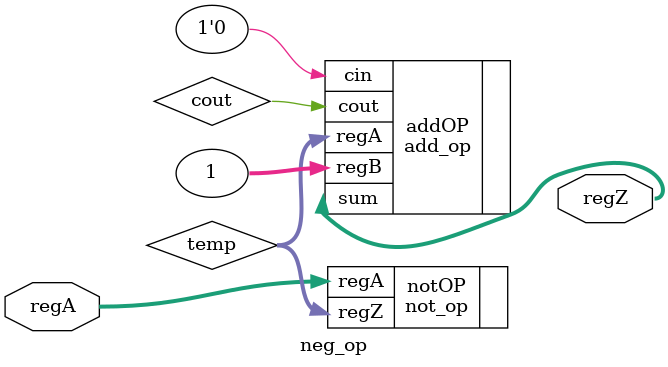
<source format=v>
`timescale 1ns/10ps

module neg_op (
	input wire [31:0] regA,
	output wire [31:0] regZ
);

	wire [31:0] temp; //holds temporary value
	wire cout; //holds carryout value 

	not_op notOP(.regA(regA), .regZ(temp));
	add_op addOP(.regA(temp), .regB(32'd1), .cin(1'd0), .sum(regZ), .cout(cout));

endmodule

</source>
